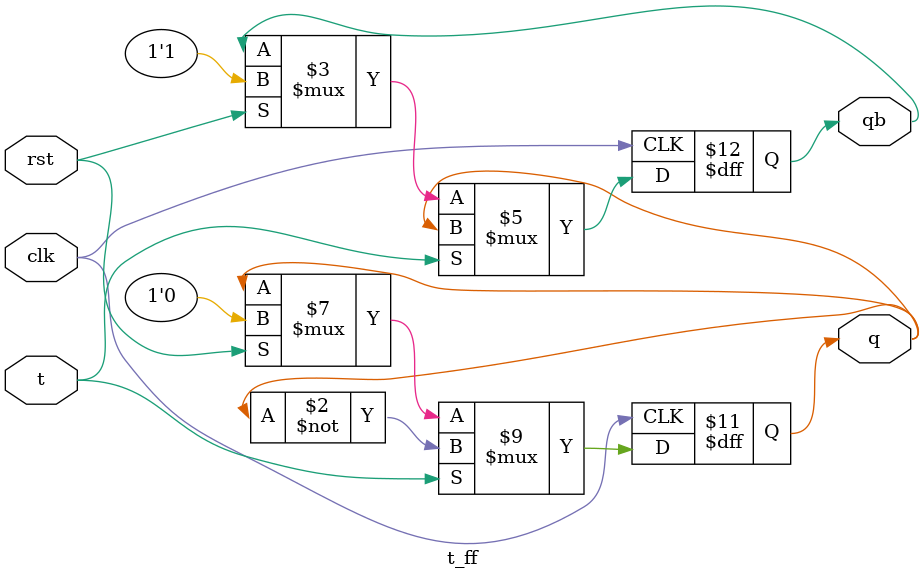
<source format=v>
`timescale 1ns / 1ns

module t_ff 
(
  input clk,
  input rst,
  input t,
  output reg q,
  output reg qb
);
  
  /*
   * Clk | T | Q(n+1) 
   *  0  | x | Q(n)
   *  1  | 0 | Q(n)
   *  1  | 1 | Q(n)'
   */
  
  always @(posedge clk) begin
    if (rst) begin
      q  <= 0;
      qb <= 1;
    end
    if (t) begin
      q  <= ~q;
      qb <= q;
    end
  end

endmodule
</source>
